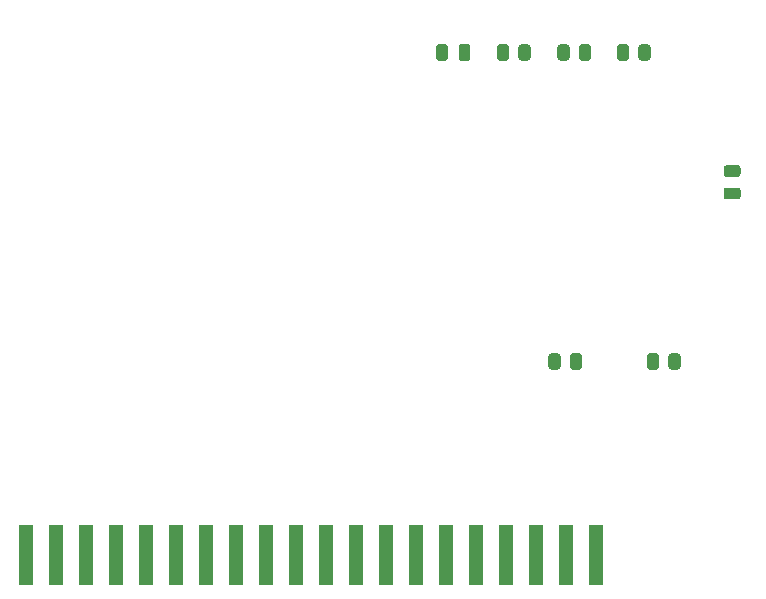
<source format=gbr>
G04 #@! TF.GenerationSoftware,KiCad,Pcbnew,(5.1.9-0-10_14)*
G04 #@! TF.CreationDate,2021-05-05T15:59:09-05:00*
G04 #@! TF.ProjectId,CPU Card,43505520-4361-4726-942e-6b696361645f,v1.0*
G04 #@! TF.SameCoordinates,Original*
G04 #@! TF.FileFunction,Paste,Top*
G04 #@! TF.FilePolarity,Positive*
%FSLAX46Y46*%
G04 Gerber Fmt 4.6, Leading zero omitted, Abs format (unit mm)*
G04 Created by KiCad (PCBNEW (5.1.9-0-10_14)) date 2021-05-05 15:59:09*
%MOMM*%
%LPD*%
G01*
G04 APERTURE LIST*
%ADD10R,1.270000X5.080000*%
G04 APERTURE END LIST*
D10*
X163510000Y-129900000D03*
X160970000Y-129900000D03*
X158430000Y-129900000D03*
X155890000Y-129900000D03*
X153350000Y-129900000D03*
X150810000Y-129900000D03*
X148270000Y-129900000D03*
X145730000Y-129900000D03*
X143190000Y-129900000D03*
X140650000Y-129900000D03*
X138110000Y-129900000D03*
X135570000Y-129900000D03*
X133030000Y-129900000D03*
X130490000Y-129900000D03*
X127950000Y-129900000D03*
X125410000Y-129900000D03*
X122870000Y-129900000D03*
X120330000Y-129900000D03*
X117790000Y-129900000D03*
X115250000Y-129900000D03*
G36*
G01*
X152895000Y-86901000D02*
X152895000Y-87851000D01*
G75*
G02*
X152645000Y-88101000I-250000J0D01*
G01*
X152145000Y-88101000D01*
G75*
G02*
X151895000Y-87851000I0J250000D01*
G01*
X151895000Y-86901000D01*
G75*
G02*
X152145000Y-86651000I250000J0D01*
G01*
X152645000Y-86651000D01*
G75*
G02*
X152895000Y-86901000I0J-250000D01*
G01*
G37*
G36*
G01*
X150995000Y-86901000D02*
X150995000Y-87851000D01*
G75*
G02*
X150745000Y-88101000I-250000J0D01*
G01*
X150245000Y-88101000D01*
G75*
G02*
X149995000Y-87851000I0J250000D01*
G01*
X149995000Y-86901000D01*
G75*
G02*
X150245000Y-86651000I250000J0D01*
G01*
X150745000Y-86651000D01*
G75*
G02*
X150995000Y-86901000I0J-250000D01*
G01*
G37*
G36*
G01*
X170692500Y-113087998D02*
X170692500Y-113988002D01*
G75*
G02*
X170442502Y-114238000I-249998J0D01*
G01*
X169917498Y-114238000D01*
G75*
G02*
X169667500Y-113988002I0J249998D01*
G01*
X169667500Y-113087998D01*
G75*
G02*
X169917498Y-112838000I249998J0D01*
G01*
X170442502Y-112838000D01*
G75*
G02*
X170692500Y-113087998I0J-249998D01*
G01*
G37*
G36*
G01*
X168867500Y-113087998D02*
X168867500Y-113988002D01*
G75*
G02*
X168617502Y-114238000I-249998J0D01*
G01*
X168092498Y-114238000D01*
G75*
G02*
X167842500Y-113988002I0J249998D01*
G01*
X167842500Y-113087998D01*
G75*
G02*
X168092498Y-112838000I249998J0D01*
G01*
X168617502Y-112838000D01*
G75*
G02*
X168867500Y-113087998I0J-249998D01*
G01*
G37*
G36*
G01*
X166327500Y-86925998D02*
X166327500Y-87826002D01*
G75*
G02*
X166077502Y-88076000I-249998J0D01*
G01*
X165552498Y-88076000D01*
G75*
G02*
X165302500Y-87826002I0J249998D01*
G01*
X165302500Y-86925998D01*
G75*
G02*
X165552498Y-86676000I249998J0D01*
G01*
X166077502Y-86676000D01*
G75*
G02*
X166327500Y-86925998I0J-249998D01*
G01*
G37*
G36*
G01*
X168152500Y-86925998D02*
X168152500Y-87826002D01*
G75*
G02*
X167902502Y-88076000I-249998J0D01*
G01*
X167377498Y-88076000D01*
G75*
G02*
X167127500Y-87826002I0J249998D01*
G01*
X167127500Y-86925998D01*
G75*
G02*
X167377498Y-86676000I249998J0D01*
G01*
X167902502Y-86676000D01*
G75*
G02*
X168152500Y-86925998I0J-249998D01*
G01*
G37*
G36*
G01*
X163119500Y-86925998D02*
X163119500Y-87826002D01*
G75*
G02*
X162869502Y-88076000I-249998J0D01*
G01*
X162344498Y-88076000D01*
G75*
G02*
X162094500Y-87826002I0J249998D01*
G01*
X162094500Y-86925998D01*
G75*
G02*
X162344498Y-86676000I249998J0D01*
G01*
X162869502Y-86676000D01*
G75*
G02*
X163119500Y-86925998I0J-249998D01*
G01*
G37*
G36*
G01*
X161294500Y-86925998D02*
X161294500Y-87826002D01*
G75*
G02*
X161044502Y-88076000I-249998J0D01*
G01*
X160519498Y-88076000D01*
G75*
G02*
X160269500Y-87826002I0J249998D01*
G01*
X160269500Y-86925998D01*
G75*
G02*
X160519498Y-86676000I249998J0D01*
G01*
X161044502Y-86676000D01*
G75*
G02*
X161294500Y-86925998I0J-249998D01*
G01*
G37*
G36*
G01*
X156167500Y-86925998D02*
X156167500Y-87826002D01*
G75*
G02*
X155917502Y-88076000I-249998J0D01*
G01*
X155392498Y-88076000D01*
G75*
G02*
X155142500Y-87826002I0J249998D01*
G01*
X155142500Y-86925998D01*
G75*
G02*
X155392498Y-86676000I249998J0D01*
G01*
X155917502Y-86676000D01*
G75*
G02*
X156167500Y-86925998I0J-249998D01*
G01*
G37*
G36*
G01*
X157992500Y-86925998D02*
X157992500Y-87826002D01*
G75*
G02*
X157742502Y-88076000I-249998J0D01*
G01*
X157217498Y-88076000D01*
G75*
G02*
X156967500Y-87826002I0J249998D01*
G01*
X156967500Y-86925998D01*
G75*
G02*
X157217498Y-86676000I249998J0D01*
G01*
X157742502Y-86676000D01*
G75*
G02*
X157992500Y-86925998I0J-249998D01*
G01*
G37*
G36*
G01*
X159507500Y-113988002D02*
X159507500Y-113087998D01*
G75*
G02*
X159757498Y-112838000I249998J0D01*
G01*
X160282502Y-112838000D01*
G75*
G02*
X160532500Y-113087998I0J-249998D01*
G01*
X160532500Y-113988002D01*
G75*
G02*
X160282502Y-114238000I-249998J0D01*
G01*
X159757498Y-114238000D01*
G75*
G02*
X159507500Y-113988002I0J249998D01*
G01*
G37*
G36*
G01*
X161332500Y-113988002D02*
X161332500Y-113087998D01*
G75*
G02*
X161582498Y-112838000I249998J0D01*
G01*
X162107502Y-112838000D01*
G75*
G02*
X162357500Y-113087998I0J-249998D01*
G01*
X162357500Y-113988002D01*
G75*
G02*
X162107502Y-114238000I-249998J0D01*
G01*
X161582498Y-114238000D01*
G75*
G02*
X161332500Y-113988002I0J249998D01*
G01*
G37*
G36*
G01*
X175526100Y-99813600D02*
X174576100Y-99813600D01*
G75*
G02*
X174326100Y-99563600I0J250000D01*
G01*
X174326100Y-99063600D01*
G75*
G02*
X174576100Y-98813600I250000J0D01*
G01*
X175526100Y-98813600D01*
G75*
G02*
X175776100Y-99063600I0J-250000D01*
G01*
X175776100Y-99563600D01*
G75*
G02*
X175526100Y-99813600I-250000J0D01*
G01*
G37*
G36*
G01*
X175526100Y-97913600D02*
X174576100Y-97913600D01*
G75*
G02*
X174326100Y-97663600I0J250000D01*
G01*
X174326100Y-97163600D01*
G75*
G02*
X174576100Y-96913600I250000J0D01*
G01*
X175526100Y-96913600D01*
G75*
G02*
X175776100Y-97163600I0J-250000D01*
G01*
X175776100Y-97663600D01*
G75*
G02*
X175526100Y-97913600I-250000J0D01*
G01*
G37*
M02*

</source>
